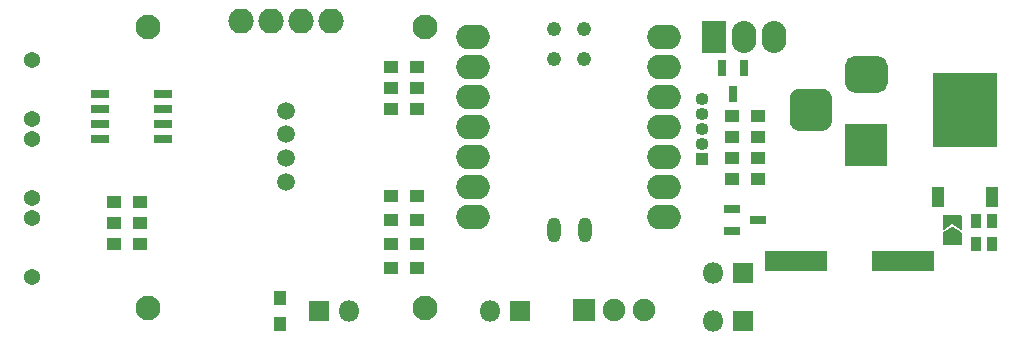
<source format=gts>
G04 #@! TF.GenerationSoftware,KiCad,Pcbnew,(5.1.6-0-10_14)*
G04 #@! TF.CreationDate,2020-10-30T11:13:34+09:00*
G04 #@! TF.ProjectId,NinjaLAMP,4e696e6a-614c-4414-9d50-2e6b69636164,rev?*
G04 #@! TF.SameCoordinates,Original*
G04 #@! TF.FileFunction,Soldermask,Top*
G04 #@! TF.FilePolarity,Negative*
%FSLAX46Y46*%
G04 Gerber Fmt 4.6, Leading zero omitted, Abs format (unit mm)*
G04 Created by KiCad (PCBNEW (5.1.6-0-10_14)) date 2020-10-30 11:13:34*
%MOMM*%
%LPD*%
G01*
G04 APERTURE LIST*
%ADD10R,1.100000X1.100000*%
%ADD11O,1.100000X1.100000*%
%ADD12C,2.100000*%
%ADD13O,2.132000X2.132000*%
%ADD14C,1.499540*%
%ADD15R,1.800000X1.800000*%
%ADD16O,1.800000X1.800000*%
%ADD17R,3.600000X3.600000*%
%ADD18R,2.100000X2.700000*%
%ADD19O,2.100000X2.700000*%
%ADD20R,1.420800X0.658800*%
%ADD21R,0.658800X1.420800*%
%ADD22R,1.300000X1.000000*%
%ADD23C,1.243000*%
%ADD24O,1.116000X2.132000*%
%ADD25O,2.848280X2.098980*%
%ADD26O,1.900000X1.900000*%
%ADD27R,1.900000X1.900000*%
%ADD28R,1.000000X1.300000*%
%ADD29C,1.370000*%
%ADD30R,1.649400X0.658800*%
%ADD31R,0.850000X1.300000*%
%ADD32R,1.116000X1.751000*%
%ADD33R,5.398440X6.297600*%
%ADD34C,0.100000*%
%ADD35R,5.300000X1.800000*%
G04 APERTURE END LIST*
D10*
G04 #@! TO.C,J2*
X168732500Y-101697000D03*
D11*
X168732500Y-100427000D03*
X168732500Y-99157000D03*
X168732500Y-97887000D03*
X168732500Y-96617000D03*
G04 #@! TD*
D12*
G04 #@! TO.C,D2*
X145270000Y-90540000D03*
X121770000Y-90540000D03*
X121770000Y-114340000D03*
X145270000Y-114340000D03*
D13*
X129710000Y-90040000D03*
X132250000Y-90040000D03*
X134790000Y-90040000D03*
X137330000Y-90040000D03*
G04 #@! TD*
D14*
G04 #@! TO.C,D1*
X133520000Y-97660260D03*
X133520000Y-99661780D03*
X133520000Y-101658220D03*
X133520000Y-103659740D03*
G04 #@! TD*
D15*
G04 #@! TO.C,HEATER1*
X172149240Y-115442800D03*
D16*
X169609240Y-115442800D03*
G04 #@! TD*
G04 #@! TO.C,HEATER2*
X169619400Y-111369400D03*
D15*
X172159400Y-111369400D03*
G04 #@! TD*
D17*
G04 #@! TO.C,J1*
X182624200Y-100574400D03*
G36*
G01*
X181599200Y-93024400D02*
X183649200Y-93024400D01*
G75*
G02*
X184424200Y-93799400I0J-775000D01*
G01*
X184424200Y-95349400D01*
G75*
G02*
X183649200Y-96124400I-775000J0D01*
G01*
X181599200Y-96124400D01*
G75*
G02*
X180824200Y-95349400I0J775000D01*
G01*
X180824200Y-93799400D01*
G75*
G02*
X181599200Y-93024400I775000J0D01*
G01*
G37*
G36*
G01*
X177024200Y-95774400D02*
X178824200Y-95774400D01*
G75*
G02*
X179724200Y-96674400I0J-900000D01*
G01*
X179724200Y-98474400D01*
G75*
G02*
X178824200Y-99374400I-900000J0D01*
G01*
X177024200Y-99374400D01*
G75*
G02*
X176124200Y-98474400I0J900000D01*
G01*
X176124200Y-96674400D01*
G75*
G02*
X177024200Y-95774400I900000J0D01*
G01*
G37*
G04 #@! TD*
D18*
G04 #@! TO.C,FAN1*
X169759100Y-91439800D03*
D19*
X172299100Y-91439800D03*
X174839100Y-91439800D03*
G04 #@! TD*
D15*
G04 #@! TO.C,NTC_AIR1*
X136320000Y-114630000D03*
D16*
X138860000Y-114630000D03*
G04 #@! TD*
G04 #@! TO.C,NTC_WELL1*
X150752500Y-114630000D03*
D15*
X153292500Y-114630000D03*
G04 #@! TD*
D20*
G04 #@! TO.C,Q1*
X173467500Y-106908400D03*
X171283100Y-107848200D03*
X171283100Y-105968600D03*
G04 #@! TD*
D21*
G04 #@! TO.C,Q2*
X172248300Y-94017900D03*
X170368700Y-94017900D03*
X171308500Y-96202300D03*
G04 #@! TD*
D22*
G04 #@! TO.C,R4*
X142410000Y-106934000D03*
X144610000Y-106934000D03*
G04 #@! TD*
G04 #@! TO.C,R5*
X144610000Y-104902000D03*
X142410000Y-104902000D03*
G04 #@! TD*
G04 #@! TO.C,R7*
X144610000Y-110998000D03*
X142410000Y-110998000D03*
G04 #@! TD*
G04 #@! TO.C,R8*
X142410000Y-108966000D03*
X144610000Y-108966000D03*
G04 #@! TD*
G04 #@! TO.C,R11*
X171221960Y-101676000D03*
X173421960Y-101676000D03*
G04 #@! TD*
G04 #@! TO.C,R12*
X173421960Y-103454000D03*
X171221960Y-103454000D03*
G04 #@! TD*
G04 #@! TO.C,R9*
X121110000Y-107126000D03*
X118910000Y-107126000D03*
G04 #@! TD*
G04 #@! TO.C,R1*
X142410000Y-97536000D03*
X144610000Y-97536000D03*
G04 #@! TD*
G04 #@! TO.C,R2*
X144610000Y-93980000D03*
X142410000Y-93980000D03*
G04 #@! TD*
G04 #@! TO.C,R13*
X173421960Y-99898000D03*
X171221960Y-99898000D03*
G04 #@! TD*
G04 #@! TO.C,R3*
X142410000Y-95758000D03*
X144610000Y-95758000D03*
G04 #@! TD*
G04 #@! TO.C,R14*
X173421960Y-98120000D03*
X171221960Y-98120000D03*
G04 #@! TD*
D23*
G04 #@! TO.C,U1*
X158758803Y-93275813D03*
X156218803Y-93275813D03*
X158758803Y-90735813D03*
X156218803Y-90735813D03*
D24*
X158770000Y-107740000D03*
X156220000Y-107740000D03*
D25*
X149353120Y-91422180D03*
X149353120Y-93962180D03*
X149353120Y-96502180D03*
X149353120Y-99042180D03*
X149353120Y-101582180D03*
X149353120Y-104122180D03*
X149353120Y-106662180D03*
X165517680Y-106662180D03*
X165517680Y-104122180D03*
X165517680Y-101582180D03*
X165517680Y-99042180D03*
X165517680Y-96502180D03*
X165517680Y-93962180D03*
X165517680Y-91422180D03*
G04 #@! TD*
D26*
G04 #@! TO.C,EXTRA_Q1*
X163762500Y-114557000D03*
X161222500Y-114557000D03*
D27*
X158682500Y-114557000D03*
G04 #@! TD*
D28*
G04 #@! TO.C,TH1*
X133002500Y-115727000D03*
X133002500Y-113527000D03*
G04 #@! TD*
D29*
G04 #@! TO.C,SW1*
X112020000Y-100040640D03*
X112020000Y-105039360D03*
G04 #@! TD*
D22*
G04 #@! TO.C,R6*
X118910000Y-108904000D03*
X121110000Y-108904000D03*
G04 #@! TD*
G04 #@! TO.C,R10*
X121110000Y-105348000D03*
X118910000Y-105348000D03*
G04 #@! TD*
D29*
G04 #@! TO.C,SW0*
X112020000Y-111739360D03*
X112020000Y-106740640D03*
G04 #@! TD*
G04 #@! TO.C,SW2*
X112020000Y-93340640D03*
X112020000Y-98339360D03*
G04 #@! TD*
D30*
G04 #@! TO.C,CR1*
X123072200Y-96215000D03*
X123072200Y-97485000D03*
X123072200Y-98755000D03*
X123072200Y-100025000D03*
X117712800Y-100025000D03*
X117712800Y-98755000D03*
X117712800Y-97485000D03*
X117712800Y-96215000D03*
G04 #@! TD*
D31*
G04 #@! TO.C,C2*
X191892500Y-107027000D03*
X191892500Y-108927000D03*
G04 #@! TD*
G04 #@! TO.C,C3*
X193292500Y-108927000D03*
X193292500Y-107027000D03*
G04 #@! TD*
D32*
G04 #@! TO.C,U2*
X188660500Y-104957000D03*
D33*
X190946500Y-97631640D03*
D32*
X193232500Y-104957000D03*
G04 #@! TD*
D34*
G04 #@! TO.C,JP1*
G36*
X189093461Y-106542245D02*
G01*
X189096306Y-106532866D01*
X189100927Y-106524221D01*
X189107145Y-106516645D01*
X189114721Y-106510427D01*
X189123366Y-106505806D01*
X189132745Y-106502961D01*
X189142500Y-106502000D01*
X190642500Y-106502000D01*
X190652255Y-106502961D01*
X190661634Y-106505806D01*
X190670279Y-106510427D01*
X190677855Y-106516645D01*
X190684073Y-106524221D01*
X190688694Y-106532866D01*
X190691539Y-106542245D01*
X190692500Y-106552000D01*
X190692500Y-107702000D01*
X190691539Y-107711755D01*
X190688694Y-107721134D01*
X190684073Y-107729779D01*
X190677855Y-107737355D01*
X190670279Y-107743573D01*
X190661634Y-107748194D01*
X190652255Y-107751039D01*
X190642500Y-107752000D01*
X190632745Y-107751039D01*
X190623366Y-107748194D01*
X190614765Y-107743603D01*
X189892500Y-107262093D01*
X189170235Y-107743603D01*
X189161586Y-107748214D01*
X189152203Y-107751049D01*
X189142448Y-107752000D01*
X189132694Y-107751029D01*
X189123318Y-107748174D01*
X189114678Y-107743544D01*
X189107108Y-107737318D01*
X189100897Y-107729735D01*
X189096286Y-107721086D01*
X189093451Y-107711703D01*
X189092500Y-107702000D01*
X189092500Y-106552000D01*
X189093461Y-106542245D01*
G37*
G36*
X189093461Y-107992245D02*
G01*
X189096306Y-107982866D01*
X189100927Y-107974221D01*
X189107145Y-107966645D01*
X189114765Y-107960397D01*
X189864765Y-107460397D01*
X189873414Y-107455786D01*
X189882797Y-107452951D01*
X189892552Y-107452000D01*
X189902306Y-107452971D01*
X189911682Y-107455826D01*
X189920235Y-107460397D01*
X190670235Y-107960397D01*
X190677818Y-107966608D01*
X190684044Y-107974178D01*
X190688674Y-107982818D01*
X190691529Y-107992194D01*
X190692500Y-108002000D01*
X190692500Y-109002000D01*
X190691539Y-109011755D01*
X190688694Y-109021134D01*
X190684073Y-109029779D01*
X190677855Y-109037355D01*
X190670279Y-109043573D01*
X190661634Y-109048194D01*
X190652255Y-109051039D01*
X190642500Y-109052000D01*
X189142500Y-109052000D01*
X189132745Y-109051039D01*
X189123366Y-109048194D01*
X189114721Y-109043573D01*
X189107145Y-109037355D01*
X189100927Y-109029779D01*
X189096306Y-109021134D01*
X189093461Y-109011755D01*
X189092500Y-109002000D01*
X189092500Y-108002000D01*
X189093461Y-107992245D01*
G37*
G04 #@! TD*
D35*
G04 #@! TO.C,C1*
X176642500Y-110367880D03*
X185742500Y-110367880D03*
G04 #@! TD*
M02*

</source>
